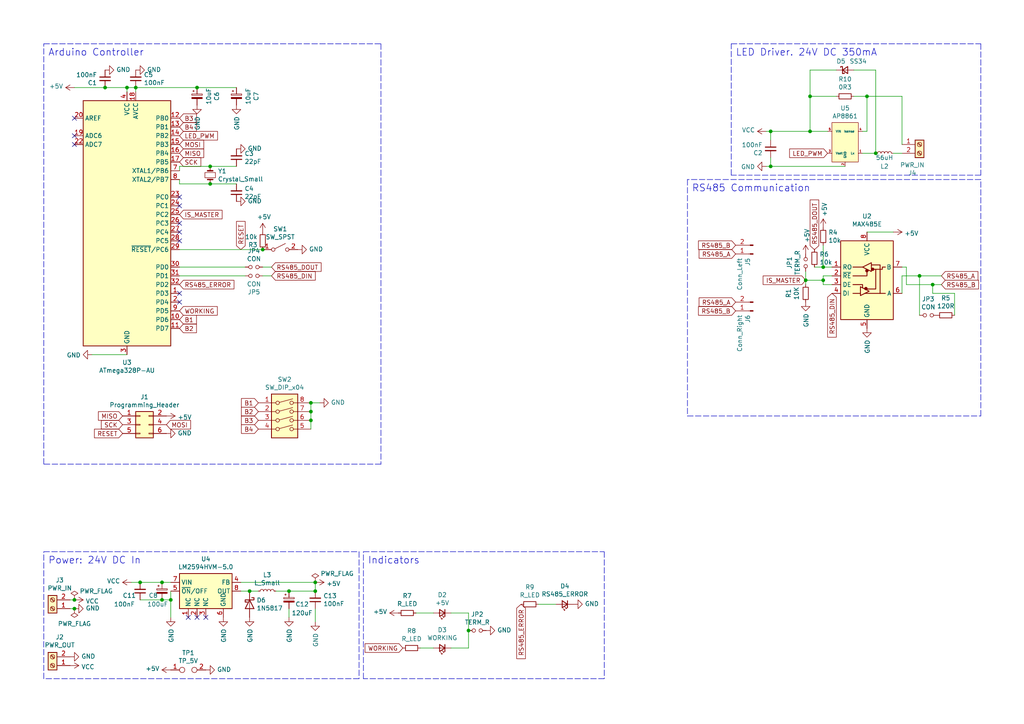
<source format=kicad_sch>
(kicad_sch (version 20211123) (generator eeschema)
  (paper "A4")
  (lib_symbols
    (symbol "Connector:Conn_01x02_Male" (pin_names (offset 1.016) hide)
      (property "Reference" "J" (at 0 2.54 0))
      (property "Value" "Conn_01x02_Male" (at 0 -5.08 0))
      (symbol "Conn_01x02_Male_1_1"
        (polyline (pts (xy 1.27 -2.54) (xy 0.8636 -2.54)) (stroke (width 0.1524)))
        (polyline (pts (xy 1.27 0) (xy 0.8636 0)) (stroke (width 0.1524)))
        (rectangle (start 0.8636 -2.413) (end 0 -2.667) (stroke (width 0.1524)) (fill (type outline)))
        (rectangle (start 0.8636 0.127) (end 0 -0.127) (stroke (width 0.1524)) (fill (type outline)))
        (pin passive line (at 5.08 0 180) (length 3.81) (name "Pin_1") (number "1"))
        (pin passive line (at 5.08 -2.54 180) (length 3.81) (name "Pin_2") (number "2"))
      )
    )
    (symbol "Connector:Screw_Terminal_01x02" (pin_names (offset 1.016) hide)
      (property "Reference" "J" (at 0 2.54 0))
      (property "Value" "Screw_Terminal_01x02" (at 0 -5.08 0))
      (symbol "Screw_Terminal_01x02_1_1"
        (rectangle (start -1.27 1.27) (end 1.27 -3.81) (stroke (width 0.254)) (fill (type background)))
        (circle (center 0 -2.54) (radius 0.635) (stroke (width 0.1524)))
        (polyline (pts (xy -0.5334 -2.2098) (xy 0.3302 -3.048)) (stroke (width 0.1524)))
        (polyline (pts (xy -0.5334 0.3302) (xy 0.3302 -0.508)) (stroke (width 0.1524)))
        (polyline (pts (xy -0.3556 -2.032) (xy 0.508 -2.8702)) (stroke (width 0.1524)))
        (polyline (pts (xy -0.3556 0.508) (xy 0.508 -0.3302)) (stroke (width 0.1524)))
        (circle (center 0 0) (radius 0.635) (stroke (width 0.1524)))
        (pin passive line (at -5.08 0 0) (length 3.81) (name "Pin_1") (number "1"))
        (pin passive line (at -5.08 -2.54 0) (length 3.81) (name "Pin_2") (number "2"))
      )
    )
    (symbol "Connector:TestPoint_2Pole" (pin_names (offset 0.762) hide)
      (property "Reference" "TP" (at 0 1.524 0))
      (property "Value" "TestPoint_2Pole" (at 0 -1.778 0))
      (symbol "TestPoint_2Pole_0_1"
        (circle (center -1.778 0) (radius 0.762))
        (circle (center 1.778 0) (radius 0.762))
        (pin passive line (at -5.08 0 0) (length 2.54) (name "1") (number "1"))
        (pin passive line (at 5.08 0 180) (length 2.54) (name "2") (number "2"))
      )
    )
    (symbol "Connector_Generic:Conn_02x03_Odd_Even" (pin_names (offset 1.016) hide)
      (property "Reference" "J" (at 1.27 5.08 0))
      (property "Value" "Conn_02x03_Odd_Even" (at 1.27 -5.08 0))
      (symbol "Conn_02x03_Odd_Even_1_1"
        (rectangle (start -1.27 -2.413) (end 0 -2.667) (stroke (width 0.1524)))
        (rectangle (start -1.27 0.127) (end 0 -0.127) (stroke (width 0.1524)))
        (rectangle (start -1.27 2.667) (end 0 2.413) (stroke (width 0.1524)))
        (rectangle (start -1.27 3.81) (end 3.81 -3.81) (stroke (width 0.254)) (fill (type background)))
        (rectangle (start 3.81 -2.413) (end 2.54 -2.667) (stroke (width 0.1524)))
        (rectangle (start 3.81 0.127) (end 2.54 -0.127) (stroke (width 0.1524)))
        (rectangle (start 3.81 2.667) (end 2.54 2.413) (stroke (width 0.1524)))
        (pin passive line (at -5.08 2.54 0) (length 3.81) (name "Pin_1") (number "1"))
        (pin passive line (at 7.62 2.54 180) (length 3.81) (name "Pin_2") (number "2"))
        (pin passive line (at -5.08 0 0) (length 3.81) (name "Pin_3") (number "3"))
        (pin passive line (at 7.62 0 180) (length 3.81) (name "Pin_4") (number "4"))
        (pin passive line (at -5.08 -2.54 0) (length 3.81) (name "Pin_5") (number "5"))
        (pin passive line (at 7.62 -2.54 180) (length 3.81) (name "Pin_6") (number "6"))
      )
    )
    (symbol "CustomComponents:AP8861" (pin_names (offset 1.016))
      (property "Reference" "U" (at 0 1.27 0))
      (property "Value" "CustomComponents_AP8861" (at 0 3.81 0))
      (symbol "AP8861_0_0"
        (pin output line (at 5.08 -8.89 180) (length 1.27) (name "Lx") (number "1"))
        (pin power_in line (at 0 -12.7 90) (length 1.27) (name "GND") (number "2"))
        (pin bidirectional line (at -5.08 -8.89 0) (length 1.27) (name "Vset") (number "3"))
        (pin input line (at 5.08 -2.54 180) (length 1.27) (name "Isense") (number "4"))
        (pin power_in line (at -5.08 -2.54 0) (length 1.27) (name "VIN") (number "5"))
      )
      (symbol "AP8861_0_1"
        (rectangle (start -3.81 0) (end 3.81 -11.43) (fill (type background)))
      )
    )
    (symbol "Device:CP_Small" (pin_numbers hide) (pin_names (offset 0.254) hide)
      (property "Reference" "C" (at 0.254 1.778 0))
      (property "Value" "Device_CP_Small" (at 0.254 -2.032 0))
      (symbol "CP_Small_0_1"
        (rectangle (start -1.524 -0.3048) (end 1.524 -0.6858) (fill (type outline)))
        (rectangle (start -1.524 0.6858) (end 1.524 0.3048))
        (polyline (pts (xy -1.27 1.524) (xy -0.762 1.524)))
        (polyline (pts (xy -1.016 1.27) (xy -1.016 1.778)))
      )
      (symbol "CP_Small_1_1"
        (pin passive line (at 0 2.54 270) (length 1.8542) (name "~") (number "1"))
        (pin passive line (at 0 -2.54 90) (length 1.8542) (name "~") (number "2"))
      )
    )
    (symbol "Device:C_Small" (pin_numbers hide) (pin_names (offset 0.254) hide)
      (property "Reference" "C" (at 0.254 1.778 0))
      (property "Value" "C_Small" (at 0.254 -2.032 0))
      (symbol "C_Small_0_1"
        (polyline (pts (xy -1.524 -0.508) (xy 1.524 -0.508)) (stroke (width 0.3302)))
        (polyline (pts (xy -1.524 0.508) (xy 1.524 0.508)) (stroke (width 0.3048)))
      )
      (symbol "C_Small_1_1"
        (pin passive line (at 0 2.54 270) (length 2.032) (name "~") (number "1"))
        (pin passive line (at 0 -2.54 90) (length 2.032) (name "~") (number "2"))
      )
    )
    (symbol "Device:Crystal_Small" (pin_numbers hide) (pin_names (offset 1.016) hide)
      (property "Reference" "Y" (at 0 2.54 0))
      (property "Value" "Crystal_Small" (at 0 -2.54 0))
      (symbol "Crystal_Small_0_1"
        (rectangle (start -0.762 -1.524) (end 0.762 1.524))
        (polyline (pts (xy -1.27 -0.762) (xy -1.27 0.762)) (stroke (width 0.381)))
        (polyline (pts (xy 1.27 -0.762) (xy 1.27 0.762)) (stroke (width 0.381)))
      )
      (symbol "Crystal_Small_1_1"
        (pin passive line (at -2.54 0 0) (length 1.27) (name "1") (number "1"))
        (pin passive line (at 2.54 0 180) (length 1.27) (name "2") (number "2"))
      )
    )
    (symbol "Device:D_Schottky_Small" (pin_numbers hide) (pin_names (offset 0.254) hide)
      (property "Reference" "D" (at -1.27 2.032 0))
      (property "Value" "D_Schottky_Small" (at -7.112 -2.032 0))
      (symbol "D_Schottky_Small_0_1"
        (polyline (pts (xy -0.762 0) (xy 0.762 0)))
        (polyline (pts (xy 0.762 -1.016) (xy -0.762 0) (xy 0.762 1.016) (xy 0.762 -1.016)) (stroke (width 0.254)))
        (polyline (pts (xy -1.27 0.762) (xy -1.27 1.016) (xy -0.762 1.016) (xy -0.762 -1.016) (xy -0.254 -1.016) (xy -0.254 -0.762)) (stroke (width 0.254)))
      )
      (symbol "D_Schottky_Small_1_1"
        (pin passive line (at -2.54 0 0) (length 1.778) (name "K") (number "1"))
        (pin passive line (at 2.54 0 180) (length 1.778) (name "A") (number "2"))
      )
    )
    (symbol "Device:Jumper_NO_Small" (pin_numbers hide) (pin_names (offset 0.762) hide)
      (property "Reference" "JP" (at 0 2.032 0))
      (property "Value" "Device_Jumper_NO_Small" (at 0.254 -1.524 0))
      (symbol "Jumper_NO_Small_0_1"
        (circle (center -1.016 0) (radius 0.508))
        (circle (center 1.016 0) (radius 0.508))
        (pin passive line (at -2.54 0 0) (length 1.016) (name "1") (number "1"))
        (pin passive line (at 2.54 0 180) (length 1.016) (name "2") (number "2"))
      )
    )
    (symbol "Device:LED_Small" (pin_numbers hide) (pin_names (offset 0.254) hide)
      (property "Reference" "D" (at -1.27 3.175 0))
      (property "Value" "LED_Small" (at -4.445 -2.54 0))
      (symbol "LED_Small_0_1"
        (polyline (pts (xy -0.762 -1.016) (xy -0.762 1.016)) (stroke (width 0.254)))
        (polyline (pts (xy 1.016 0) (xy -0.762 0)))
        (polyline (pts (xy 0.762 -1.016) (xy -0.762 0) (xy 0.762 1.016) (xy 0.762 -1.016)) (stroke (width 0.254)))
        (polyline (pts (xy 0 0.762) (xy -0.508 1.27) (xy -0.254 1.27) (xy -0.508 1.27) (xy -0.508 1.016)))
        (polyline (pts (xy 0.508 1.27) (xy 0 1.778) (xy 0.254 1.778) (xy 0 1.778) (xy 0 1.524)))
      )
      (symbol "LED_Small_1_1"
        (pin passive line (at -2.54 0 0) (length 1.778) (name "K") (number "1"))
        (pin passive line (at 2.54 0 180) (length 1.778) (name "A") (number "2"))
      )
    )
    (symbol "Device:L_Small" (pin_numbers hide) (pin_names (offset 0.254) hide)
      (property "Reference" "L" (at 0.762 1.016 0))
      (property "Value" "L_Small" (at 0.762 -1.016 0))
      (symbol "L_Small_0_1"
        (arc (start 0 -2.032) (mid 0.508 -1.524) (end 0 -1.016))
        (arc (start 0 -1.016) (mid 0.508 -0.508) (end 0 0))
        (arc (start 0 0) (mid 0.508 0.508) (end 0 1.016))
        (arc (start 0 1.016) (mid 0.508 1.524) (end 0 2.032))
      )
      (symbol "L_Small_1_1"
        (pin passive line (at 0 2.54 270) (length 0.508) (name "~") (number "1"))
        (pin passive line (at 0 -2.54 90) (length 0.508) (name "~") (number "2"))
      )
    )
    (symbol "Device:R_Small" (pin_numbers hide) (pin_names (offset 0.254) hide)
      (property "Reference" "R" (at 0.762 0.508 0))
      (property "Value" "R_Small" (at 0.762 -1.016 0))
      (symbol "R_Small_0_1"
        (rectangle (start -0.762 1.778) (end 0.762 -1.778) (stroke (width 0.2032)))
      )
      (symbol "R_Small_1_1"
        (pin passive line (at 0 2.54 270) (length 0.762) (name "~") (number "1"))
        (pin passive line (at 0 -2.54 90) (length 0.762) (name "~") (number "2"))
      )
    )
    (symbol "Diode:1N5817" (pin_numbers hide) (pin_names (offset 1.016) hide)
      (property "Reference" "D" (at 0 2.54 0))
      (property "Value" "1N5817" (at 0 -2.54 0))
      (symbol "1N5817_0_1"
        (polyline (pts (xy 1.27 0) (xy -1.27 0)))
        (polyline (pts (xy 1.27 1.27) (xy 1.27 -1.27) (xy -1.27 0) (xy 1.27 1.27)) (stroke (width 0.254)))
        (polyline (pts (xy -1.905 0.635) (xy -1.905 1.27) (xy -1.27 1.27) (xy -1.27 -1.27) (xy -0.635 -1.27) (xy -0.635 -0.635)) (stroke (width 0.254)))
      )
      (symbol "1N5817_1_1"
        (pin passive line (at -3.81 0 0) (length 2.54) (name "K") (number "1"))
        (pin passive line (at 3.81 0 180) (length 2.54) (name "A") (number "2"))
      )
    )
    (symbol "Interface_UART:MAX485E"
      (property "Reference" "U" (at -6.096 11.43 0))
      (property "Value" "MAX485E" (at 0.762 11.43 0))
      (symbol "MAX485E_0_1"
        (rectangle (start -7.62 10.16) (end 7.62 -12.7) (stroke (width 0.254)) (fill (type background)))
        (circle (center -0.3048 -3.683) (radius 0.3556) (stroke (width 0.254)) (fill (type outline)))
        (circle (center -0.0254 1.4986) (radius 0.3556) (stroke (width 0.254)) (fill (type outline)))
        (polyline (pts (xy -4.064 -5.08) (xy -1.905 -5.08)) (stroke (width 0.254)))
        (polyline (pts (xy -4.064 2.54) (xy -1.27 2.54)) (stroke (width 0.254)))
        (polyline (pts (xy -1.27 -3.2004) (xy -1.27 -3.4544)) (stroke (width 0.254)))
        (polyline (pts (xy -0.635 -5.08) (xy 5.334 -5.08)) (stroke (width 0.254)))
        (polyline (pts (xy -4.064 -2.54) (xy -1.27 -2.54) (xy -1.27 -3.175)) (stroke (width 0.254)))
        (polyline (pts (xy 0 1.27) (xy 0 0) (xy -4.064 0)) (stroke (width 0.254)))
        (polyline (pts (xy 1.27 3.175) (xy 3.81 3.175) (xy 3.81 -5.08)) (stroke (width 0.254)))
        (polyline (pts (xy 2.54 1.905) (xy 2.54 -3.81) (xy 0 -3.81)) (stroke (width 0.254)))
        (polyline (pts (xy -1.905 -3.175) (xy -1.905 -5.715) (xy 0.635 -4.445) (xy -1.905 -3.175)) (stroke (width 0.254)))
        (polyline (pts (xy -1.27 2.54) (xy 1.27 3.81) (xy 1.27 1.27) (xy -1.27 2.54)) (stroke (width 0.254)))
        (polyline (pts (xy 1.905 1.905) (xy 4.445 1.905) (xy 4.445 2.54) (xy 5.334 2.54)) (stroke (width 0.254)))
        (rectangle (start 1.27 3.175) (end 1.27 3.175))
        (circle (center 1.651 1.905) (radius 0.3556) (stroke (width 0.254)) (fill (type outline)))
      )
      (symbol "MAX485E_1_1"
        (pin output line (at -10.16 2.54 0) (length 2.54) (name "RO") (number "1"))
        (pin input line (at -10.16 0 0) (length 2.54) (name "~{RE}") (number "2"))
        (pin input line (at -10.16 -2.54 0) (length 2.54) (name "DE") (number "3"))
        (pin input line (at -10.16 -5.08 0) (length 2.54) (name "DI") (number "4"))
        (pin power_in line (at 0 -15.24 90) (length 2.54) (name "GND") (number "5"))
        (pin bidirectional line (at 10.16 -5.08 180) (length 2.54) (name "A") (number "6"))
        (pin bidirectional line (at 10.16 2.54 180) (length 2.54) (name "B") (number "7"))
        (pin power_in line (at 0 12.7 270) (length 2.54) (name "VCC") (number "8"))
      )
    )
    (symbol "MCU_Microchip_ATmega:ATmega328P-AU"
      (property "Reference" "U" (at -12.7 36.83 0))
      (property "Value" "MCU_Microchip_ATmega_ATmega328P-AU" (at 2.54 -36.83 0))
      (symbol "ATmega328P-AU_0_1"
        (rectangle (start -12.7 -35.56) (end 12.7 35.56) (stroke (width 0.254)) (fill (type background)))
      )
      (symbol "ATmega328P-AU_1_1"
        (pin bidirectional line (at 15.24 -20.32 180) (length 2.54) (name "PD3") (number "1"))
        (pin bidirectional line (at 15.24 -27.94 180) (length 2.54) (name "PD6") (number "10"))
        (pin bidirectional line (at 15.24 -30.48 180) (length 2.54) (name "PD7") (number "11"))
        (pin bidirectional line (at 15.24 30.48 180) (length 2.54) (name "PB0") (number "12"))
        (pin bidirectional line (at 15.24 27.94 180) (length 2.54) (name "PB1") (number "13"))
        (pin bidirectional line (at 15.24 25.4 180) (length 2.54) (name "PB2") (number "14"))
        (pin bidirectional line (at 15.24 22.86 180) (length 2.54) (name "PB3") (number "15"))
        (pin bidirectional line (at 15.24 20.32 180) (length 2.54) (name "PB4") (number "16"))
        (pin bidirectional line (at 15.24 17.78 180) (length 2.54) (name "PB5") (number "17"))
        (pin power_in line (at 2.54 38.1 270) (length 2.54) (name "AVCC") (number "18"))
        (pin input line (at -15.24 25.4 0) (length 2.54) (name "ADC6") (number "19"))
        (pin bidirectional line (at 15.24 -22.86 180) (length 2.54) (name "PD4") (number "2"))
        (pin passive line (at -15.24 30.48 0) (length 2.54) (name "AREF") (number "20"))
        (pin passive line (at 0 -38.1 90) (length 2.54) hide (name "GND") (number "21"))
        (pin input line (at -15.24 22.86 0) (length 2.54) (name "ADC7") (number "22"))
        (pin bidirectional line (at 15.24 7.62 180) (length 2.54) (name "PC0") (number "23"))
        (pin bidirectional line (at 15.24 5.08 180) (length 2.54) (name "PC1") (number "24"))
        (pin bidirectional line (at 15.24 2.54 180) (length 2.54) (name "PC2") (number "25"))
        (pin bidirectional line (at 15.24 0 180) (length 2.54) (name "PC3") (number "26"))
        (pin bidirectional line (at 15.24 -2.54 180) (length 2.54) (name "PC4") (number "27"))
        (pin bidirectional line (at 15.24 -5.08 180) (length 2.54) (name "PC5") (number "28"))
        (pin bidirectional line (at 15.24 -7.62 180) (length 2.54) (name "~{RESET}/PC6") (number "29"))
        (pin power_in line (at 0 -38.1 90) (length 2.54) (name "GND") (number "3"))
        (pin bidirectional line (at 15.24 -12.7 180) (length 2.54) (name "PD0") (number "30"))
        (pin bidirectional line (at 15.24 -15.24 180) (length 2.54) (name "PD1") (number "31"))
        (pin bidirectional line (at 15.24 -17.78 180) (length 2.54) (name "PD2") (number "32"))
        (pin power_in line (at 0 38.1 270) (length 2.54) (name "VCC") (number "4"))
        (pin passive line (at 0 -38.1 90) (length 2.54) hide (name "GND") (number "5"))
        (pin passive line (at 0 38.1 270) (length 2.54) hide (name "VCC") (number "6"))
        (pin bidirectional line (at 15.24 15.24 180) (length 2.54) (name "XTAL1/PB6") (number "7"))
        (pin bidirectional line (at 15.24 12.7 180) (length 2.54) (name "XTAL2/PB7") (number "8"))
        (pin bidirectional line (at 15.24 -25.4 180) (length 2.54) (name "PD5") (number "9"))
      )
    )
    (symbol "Regulator_Switching:LM2594HVM-5.0"
      (property "Reference" "U" (at -7.62 6.35 0))
      (property "Value" "LM2594HVM-5.0" (at 0 6.35 0))
      (symbol "LM2594HVM-5.0_0_1"
        (rectangle (start -7.62 5.08) (end 7.62 -5.08) (stroke (width 0.254)) (fill (type background)))
      )
      (symbol "LM2594HVM-5.0_1_1"
        (pin passive line (at -5.08 -7.62 90) (length 2.54) (name "NC") (number "1"))
        (pin passive line (at -2.54 -7.62 90) (length 2.54) (name "NC") (number "2"))
        (pin passive line (at 0 -7.62 90) (length 2.54) (name "NC") (number "3"))
        (pin input line (at 10.16 2.54 180) (length 2.54) (name "FB") (number "4"))
        (pin input line (at -10.16 0 0) (length 2.54) (name "~{ON}/OFF") (number "5"))
        (pin power_in line (at 5.08 -7.62 90) (length 2.54) (name "GND") (number "6"))
        (pin power_in line (at -10.16 2.54 0) (length 2.54) (name "VIN") (number "7"))
        (pin output line (at 10.16 0 180) (length 2.54) (name "OUT") (number "8"))
      )
    )
    (symbol "Switch:SW_DIP_x04" (pin_names (offset 0) hide)
      (property "Reference" "SW" (at 0 8.89 0))
      (property "Value" "SW_DIP_x04" (at 0 -6.35 0))
      (symbol "SW_DIP_x04_0_0"
        (circle (center -2.032 -2.54) (radius 0.508))
        (circle (center -2.032 0) (radius 0.508))
        (circle (center -2.032 2.54) (radius 0.508))
        (circle (center -2.032 5.08) (radius 0.508))
        (polyline (pts (xy -1.524 -2.3876) (xy 2.3622 -1.3462)))
        (polyline (pts (xy -1.524 0.127) (xy 2.3622 1.1684)))
        (polyline (pts (xy -1.524 2.667) (xy 2.3622 3.7084)))
        (polyline (pts (xy -1.524 5.207) (xy 2.3622 6.2484)))
        (circle (center 2.032 -2.54) (radius 0.508))
        (circle (center 2.032 0) (radius 0.508))
        (circle (center 2.032 2.54) (radius 0.508))
        (circle (center 2.032 5.08) (radius 0.508))
      )
      (symbol "SW_DIP_x04_0_1"
        (rectangle (start -3.81 7.62) (end 3.81 -5.08) (stroke (width 0.254)) (fill (type background)))
      )
      (symbol "SW_DIP_x04_1_1"
        (pin passive line (at -7.62 5.08 0) (length 5.08) (name "~") (number "1"))
        (pin passive line (at -7.62 2.54 0) (length 5.08) (name "~") (number "2"))
        (pin passive line (at -7.62 0 0) (length 5.08) (name "~") (number "3"))
        (pin passive line (at -7.62 -2.54 0) (length 5.08) (name "~") (number "4"))
        (pin passive line (at 7.62 -2.54 180) (length 5.08) (name "~") (number "5"))
        (pin passive line (at 7.62 0 180) (length 5.08) (name "~") (number "6"))
        (pin passive line (at 7.62 2.54 180) (length 5.08) (name "~") (number "7"))
        (pin passive line (at 7.62 5.08 180) (length 5.08) (name "~") (number "8"))
      )
    )
    (symbol "Switch:SW_SPST" (pin_names (offset 0) hide)
      (property "Reference" "SW" (at 0 3.175 0))
      (property "Value" "SW_SPST" (at 0 -2.54 0))
      (symbol "SW_SPST_0_0"
        (circle (center -2.032 0) (radius 0.508))
        (polyline (pts (xy -1.524 0.254) (xy 1.524 1.778)))
        (circle (center 2.032 0) (radius 0.508))
      )
      (symbol "SW_SPST_1_1"
        (pin passive line (at -5.08 0 0) (length 2.54) (name "A") (number "1"))
        (pin passive line (at 5.08 0 180) (length 2.54) (name "B") (number "2"))
      )
    )
    (symbol "power:+5V" (power) (pin_names (offset 0))
      (property "Value" "+5V" (at 0 3.556 0))
      (symbol "+5V_0_1"
        (polyline (pts (xy -0.762 1.27) (xy 0 2.54)))
        (polyline (pts (xy 0 0) (xy 0 2.54)))
        (polyline (pts (xy 0 2.54) (xy 0.762 1.27)))
      )
      (symbol "+5V_1_1"
        (pin power_in line (at 0 0 90) (length 0) hide (name "+5V") (number "1"))
      )
    )
    (symbol "power:GND" (power) (pin_names (offset 0))
      (property "Value" "GND" (at 0 -3.81 0))
      (symbol "GND_0_1"
        (polyline (pts (xy 0 0) (xy 0 -1.27) (xy 1.27 -1.27) (xy 0 -2.54) (xy -1.27 -1.27) (xy 0 -1.27)))
      )
      (symbol "GND_1_1"
        (pin power_in line (at 0 0 270) (length 0) hide (name "GND") (number "1"))
      )
    )
    (symbol "power:PWR_FLAG" (power) (pin_numbers hide) (pin_names (offset 0) hide)
      (property "Value" "PWR_FLAG" (at 0 3.81 0))
      (symbol "PWR_FLAG_0_0"
        (pin power_out line (at 0 0 90) (length 0) (name "pwr") (number "1"))
      )
      (symbol "PWR_FLAG_0_1"
        (polyline (pts (xy 0 0) (xy 0 1.27) (xy -1.016 1.905) (xy 0 2.54) (xy 1.016 1.905) (xy 0 1.27)))
      )
    )
    (symbol "power:VCC" (power) (pin_names (offset 0))
      (property "Value" "VCC" (at 0 3.81 0))
      (symbol "VCC_0_1"
        (polyline (pts (xy -0.762 1.27) (xy 0 2.54)))
        (polyline (pts (xy 0 0) (xy 0 2.54)))
        (polyline (pts (xy 0 2.54) (xy 0.762 1.27)))
      )
      (symbol "VCC_1_1"
        (pin power_in line (at 0 0 90) (length 0) hide (name "VCC") (number "1"))
      )
    )
  )
  (junction (at 21.59 176.53))
  (junction (at 223.52 48.26))
  (junction (at 60.96 48.26))
  (junction (at 40.64 168.91))
  (junction (at 238.76 77.47))
  (junction (at 60.96 53.34))
  (junction (at 251.46 27.94))
  (junction (at 90.17 119.38))
  (junction (at 270.51 82.55))
  (junction (at 90.17 116.84))
  (junction (at 72.39 171.45))
  (junction (at 266.7 80.01))
  (junction (at 223.52 38.1))
  (junction (at 135.89 182.88))
  (junction (at 39.37 25.4))
  (junction (at 57.15 25.4))
  (junction (at 91.44 171.45))
  (junction (at 36.83 25.4))
  (junction (at 233.68 81.28))
  (junction (at 234.95 27.94))
  (junction (at 76.2 72.39))
  (junction (at 254 44.45))
  (junction (at 234.95 38.1))
  (junction (at 91.44 168.91))
  (junction (at 46.99 173.99))
  (junction (at 49.53 173.99))
  (junction (at 90.17 121.92))
  (junction (at 46.99 168.91))
  (junction (at 21.59 173.99))
  (junction (at 30.48 25.4))
  (junction (at 238.76 81.28))
  (junction (at 83.82 171.45))
  (no_connect (at 52.07 85.09))
  (no_connect (at 54.61 179.07))
  (no_connect (at 21.59 39.37))
  (no_connect (at 52.07 87.63))
  (no_connect (at 52.07 57.15))
  (no_connect (at 21.59 41.91))
  (no_connect (at 52.07 69.85))
  (no_connect (at 59.69 179.07))
  (no_connect (at 52.07 64.77))
  (no_connect (at 57.15 179.07))
  (no_connect (at 52.07 59.69))
  (no_connect (at 21.59 34.29))
  (no_connect (at 52.07 67.31))
  (polyline (pts (xy 104.14 160.02) (xy 104.14 196.85)))
  (wire (pts (xy 135.89 182.88) (xy 135.89 187.96)))
  (wire (pts (xy 21.59 176.53) (xy 20.32 176.53)))
  (wire (pts (xy 21.59 25.4) (xy 30.48 25.4)))
  (wire (pts (xy 234.95 38.1) (xy 240.03 38.1)))
  (polyline (pts (xy 105.41 160.02) (xy 175.26 160.02)))
  (wire (pts (xy 83.82 171.45) (xy 91.44 171.45)))
  (wire (pts (xy 74.93 171.45) (xy 72.39 171.45)))
  (wire (pts (xy 241.3 80.01) (xy 238.76 80.01)))
  (wire (pts (xy 71.12 80.01) (xy 52.07 80.01)))
  (wire (pts (xy 57.15 25.4) (xy 68.58 25.4)))
  (wire (pts (xy 242.57 20.32) (xy 234.95 20.32)))
  (wire (pts (xy 238.76 81.28) (xy 238.76 82.55)))
  (wire (pts (xy 223.52 48.26) (xy 245.11 48.26)))
  (wire (pts (xy 223.52 45.72) (xy 223.52 48.26)))
  (wire (pts (xy 46.99 173.99) (xy 49.53 173.99)))
  (wire (pts (xy 91.44 180.34) (xy 91.44 176.53)))
  (wire (pts (xy 238.76 81.28) (xy 233.68 81.28)))
  (wire (pts (xy 238.76 77.47) (xy 241.3 77.47)))
  (wire (pts (xy 266.7 80.01) (xy 273.05 80.01)))
  (wire (pts (xy 90.17 121.92) (xy 90.17 119.38)))
  (wire (pts (xy 83.82 171.45) (xy 80.01 171.45)))
  (wire (pts (xy 251.46 27.94) (xy 247.65 27.94)))
  (wire (pts (xy 259.08 67.31) (xy 251.46 67.31)))
  (wire (pts (xy 261.62 27.94) (xy 251.46 27.94)))
  (wire (pts (xy 276.86 85.09) (xy 276.86 91.44)))
  (wire (pts (xy 69.85 168.91) (xy 91.44 168.91)))
  (wire (pts (xy 223.52 40.64) (xy 223.52 38.1)))
  (wire (pts (xy 262.89 82.55) (xy 262.89 77.47)))
  (wire (pts (xy 60.96 48.26) (xy 52.07 48.26)))
  (wire (pts (xy 262.89 82.55) (xy 270.51 82.55)))
  (wire (pts (xy 76.2 80.01) (xy 78.74 80.01)))
  (polyline (pts (xy 110.49 12.7) (xy 110.49 134.62)))
  (polyline (pts (xy 284.48 52.07) (xy 199.39 52.07)))
  (wire (pts (xy 76.2 77.47) (xy 78.74 77.47)))
  (wire (pts (xy 125.73 187.96) (xy 121.92 187.96)))
  (polyline (pts (xy 110.49 134.62) (xy 12.7 134.62)))
  (wire (pts (xy 130.81 177.8) (xy 135.89 177.8)))
  (wire (pts (xy 39.37 25.4) (xy 39.37 26.67)))
  (wire (pts (xy 125.73 177.8) (xy 120.65 177.8)))
  (wire (pts (xy 250.19 44.45) (xy 254 44.45)))
  (wire (pts (xy 238.76 82.55) (xy 241.3 82.55)))
  (wire (pts (xy 69.85 171.45) (xy 72.39 171.45)))
  (wire (pts (xy 223.52 38.1) (xy 234.95 38.1)))
  (polyline (pts (xy 212.09 50.8) (xy 212.09 12.7)))
  (wire (pts (xy 90.17 119.38) (xy 90.17 116.84)))
  (wire (pts (xy 30.48 25.4) (xy 36.83 25.4)))
  (polyline (pts (xy 12.7 160.02) (xy 104.14 160.02)))
  (wire (pts (xy 238.76 71.12) (xy 238.76 77.47)))
  (wire (pts (xy 135.89 177.8) (xy 135.89 182.88)))
  (wire (pts (xy 90.17 124.46) (xy 90.17 121.92)))
  (wire (pts (xy 20.32 173.99) (xy 21.59 173.99)))
  (polyline (pts (xy 104.14 196.85) (xy 12.7 196.85)))
  (wire (pts (xy 60.96 48.26) (xy 68.58 48.26)))
  (wire (pts (xy 38.1 168.91) (xy 40.64 168.91)))
  (wire (pts (xy 83.82 179.07) (xy 83.82 176.53)))
  (wire (pts (xy 233.68 78.74) (xy 233.68 81.28)))
  (polyline (pts (xy 212.09 12.7) (xy 284.48 12.7)))
  (wire (pts (xy 26.67 102.87) (xy 36.83 102.87)))
  (wire (pts (xy 46.99 168.91) (xy 49.53 168.91)))
  (wire (pts (xy 251.46 38.1) (xy 251.46 27.94)))
  (wire (pts (xy 71.12 77.47) (xy 52.07 77.47)))
  (wire (pts (xy 261.62 41.91) (xy 261.62 27.94)))
  (polyline (pts (xy 284.48 12.7) (xy 284.48 50.8)))
  (wire (pts (xy 60.96 53.34) (xy 68.58 53.34)))
  (wire (pts (xy 270.51 82.55) (xy 273.05 82.55)))
  (wire (pts (xy 52.07 72.39) (xy 76.2 72.39)))
  (wire (pts (xy 223.52 38.1) (xy 222.25 38.1)))
  (wire (pts (xy 49.53 173.99) (xy 49.53 171.45)))
  (polyline (pts (xy 175.26 196.85) (xy 105.41 196.85)))
  (wire (pts (xy 261.62 80.01) (xy 261.62 85.09)))
  (wire (pts (xy 161.29 175.26) (xy 156.21 175.26)))
  (wire (pts (xy 90.17 116.84) (xy 92.71 116.84)))
  (wire (pts (xy 36.83 25.4) (xy 36.83 26.67)))
  (wire (pts (xy 49.53 179.07) (xy 49.53 173.99)))
  (wire (pts (xy 39.37 25.4) (xy 57.15 25.4)))
  (wire (pts (xy 222.25 48.26) (xy 223.52 48.26)))
  (wire (pts (xy 60.96 53.34) (xy 52.07 53.34)))
  (wire (pts (xy 250.19 38.1) (xy 251.46 38.1)))
  (wire (pts (xy 254 44.45) (xy 254 20.32)))
  (polyline (pts (xy 12.7 134.62) (xy 12.7 12.7)))
  (wire (pts (xy 261.62 80.01) (xy 266.7 80.01)))
  (wire (pts (xy 46.99 173.99) (xy 40.64 173.99)))
  (wire (pts (xy 270.51 82.55) (xy 270.51 85.09)))
  (wire (pts (xy 254 20.32) (xy 247.65 20.32)))
  (polyline (pts (xy 199.39 120.65) (xy 284.48 120.65)))
  (wire (pts (xy 36.83 25.4) (xy 39.37 25.4)))
  (wire (pts (xy 234.95 20.32) (xy 234.95 27.94)))
  (wire (pts (xy 238.76 80.01) (xy 238.76 81.28)))
  (wire (pts (xy 259.08 44.45) (xy 261.62 44.45)))
  (wire (pts (xy 242.57 27.94) (xy 234.95 27.94)))
  (polyline (pts (xy 284.48 120.65) (xy 284.48 52.07)))
  (polyline (pts (xy 284.48 50.8) (xy 212.09 50.8)))
  (polyline (pts (xy 199.39 52.07) (xy 199.39 120.65)))
  (wire (pts (xy 91.44 168.91) (xy 91.44 171.45)))
  (wire (pts (xy 52.07 53.34) (xy 52.07 52.07)))
  (wire (pts (xy 266.7 91.44) (xy 266.7 80.01)))
  (polyline (pts (xy 175.26 160.02) (xy 175.26 196.85)))
  (wire (pts (xy 262.89 77.47) (xy 261.62 77.47)))
  (polyline (pts (xy 12.7 12.7) (xy 110.49 12.7)))
  (wire (pts (xy 233.68 81.28) (xy 233.68 82.55)))
  (polyline (pts (xy 12.7 196.85) (xy 12.7 160.02)))
  (wire (pts (xy 234.95 27.94) (xy 234.95 38.1)))
  (wire (pts (xy 236.22 77.47) (xy 238.76 77.47)))
  (wire (pts (xy 40.64 168.91) (xy 46.99 168.91)))
  (wire (pts (xy 270.51 85.09) (xy 276.86 85.09)))
  (wire (pts (xy 130.81 187.96) (xy 135.89 187.96)))
  (polyline (pts (xy 105.41 196.85) (xy 105.41 160.02)))
  (wire (pts (xy 52.07 48.26) (xy 52.07 49.53)))
  (text "RS485 Communication" (at 200.66 55.88 0) (effects (font (size 2.0066 2.0066)) (justify left bottom)))
  (text "Arduino Controller" (at 13.97 16.51 0) (effects (font (size 2.0066 2.0066)) (justify left bottom)))
  (text "Indicators" (at 106.68 163.83 0) (effects (font (size 2.0066 2.0066)) (justify left bottom)))
  (text "Power: 24V DC In" (at 13.97 163.83 0) (effects (font (size 2.0066 2.0066)) (justify left bottom)))
  (text "LED Driver. 24V DC 350mA" (at 213.36 16.51 0) (effects (font (size 2.0066 2.0066)) (justify left bottom)))
  (global_label "LED_PWM" (shape input) (at 240.03 44.45 180) (property "Intersheet References" "${INTERSHEET_REFS}" (effects hide)))
  (global_label "RS485_DIN" (shape input) (at 241.3 85.09 270) (property "Intersheet References" "${INTERSHEET_REFS}" (effects hide)))
  (global_label "RS485_A" (shape input) (at 213.36 73.66 180) (property "Intersheet References" "${INTERSHEET_REFS}" (effects hide)))
  (global_label "SCK" (shape input) (at 52.07 46.99 0) (property "Intersheet References" "${INTERSHEET_REFS}" (effects hide)))
  (global_label "B1" (shape input) (at 74.93 116.84 180) (property "Intersheet References" "${INTERSHEET_REFS}" (effects hide)))
  (global_label "RS485_ERROR" (shape input) (at 52.07 82.55 0) (property "Intersheet References" "${INTERSHEET_REFS}" (effects hide)))
  (global_label "RS485_A" (shape input) (at 273.05 80.01 0) (property "Intersheet References" "${INTERSHEET_REFS}" (effects hide)))
  (global_label "WORKING" (shape input) (at 52.07 90.17 0) (property "Intersheet References" "${INTERSHEET_REFS}" (effects hide)))
  (global_label "IS_MASTER" (shape input) (at 233.68 81.28 180) (property "Intersheet References" "${INTERSHEET_REFS}" (effects hide)))
  (global_label "LED_PWM" (shape input) (at 52.07 39.37 0) (property "Intersheet References" "${INTERSHEET_REFS}" (effects hide)))
  (global_label "B3" (shape input) (at 52.07 34.29 0) (property "Intersheet References" "${INTERSHEET_REFS}" (effects hide)))
  (global_label "RESET" (shape input) (at 69.85 72.39 90) (property "Intersheet References" "${INTERSHEET_REFS}" (effects hide)))
  (global_label "RS485_B" (shape input) (at 213.36 71.12 180) (property "Intersheet References" "${INTERSHEET_REFS}" (effects hide)))
  (global_label "MISO" (shape input) (at 35.56 120.65 180) (property "Intersheet References" "${INTERSHEET_REFS}" (effects hide)))
  (global_label "SCK" (shape input) (at 35.56 123.19 180) (property "Intersheet References" "${INTERSHEET_REFS}" (effects hide)))
  (global_label "RS485_ERROR" (shape input) (at 151.13 175.26 270) (property "Intersheet References" "${INTERSHEET_REFS}" (effects hide)))
  (global_label "RS485_DIN" (shape input) (at 78.74 80.01 0) (property "Intersheet References" "${INTERSHEET_REFS}" (effects hide)))
  (global_label "RS485_B" (shape input) (at 213.36 90.17 180) (property "Intersheet References" "${INTERSHEET_REFS}" (effects hide)))
  (global_label "B4" (shape input) (at 74.93 124.46 180) (property "Intersheet References" "${INTERSHEET_REFS}" (effects hide)))
  (global_label "MISO" (shape input) (at 52.07 44.45 0) (property "Intersheet References" "${INTERSHEET_REFS}" (effects hide)))
  (global_label "RS485_DOUT" (shape input) (at 78.74 77.47 0) (property "Intersheet References" "${INTERSHEET_REFS}" (effects hide)))
  (global_label "B2" (shape input) (at 74.93 119.38 180) (property "Intersheet References" "${INTERSHEET_REFS}" (effects hide)))
  (global_label "RS485_B" (shape input) (at 273.05 82.55 0) (property "Intersheet References" "${INTERSHEET_REFS}" (effects hide)))
  (global_label "RS485_A" (shape input) (at 213.36 87.63 180) (property "Intersheet References" "${INTERSHEET_REFS}" (effects hide)))
  (global_label "B1" (shape input) (at 52.07 92.71 0) (property "Intersheet References" "${INTERSHEET_REFS}" (effects hide)))
  (global_label "MOSI" (shape input) (at 52.07 41.91 0) (property "Intersheet References" "${INTERSHEET_REFS}" (effects hide)))
  (global_label "RS485_DOUT" (shape input) (at 236.22 72.39 90) (property "Intersheet References" "${INTERSHEET_REFS}" (effects hide)))
  (global_label "B3" (shape input) (at 74.93 121.92 180) (property "Intersheet References" "${INTERSHEET_REFS}" (effects hide)))
  (global_label "IS_MASTER" (shape input) (at 52.07 62.23 0) (property "Intersheet References" "${INTERSHEET_REFS}" (effects hide)))
  (global_label "B4" (shape input) (at 52.07 36.83 0) (property "Intersheet References" "${INTERSHEET_REFS}" (effects hide)))
  (global_label "MOSI" (shape input) (at 48.26 123.19 0) (property "Intersheet References" "${INTERSHEET_REFS}" (effects hide)))
  (global_label "WORKING" (shape input) (at 116.84 187.96 180) (property "Intersheet References" "${INTERSHEET_REFS}" (effects hide)))
  (global_label "RESET" (shape input) (at 35.56 125.73 180) (property "Intersheet References" "${INTERSHEET_REFS}" (effects hide)))
  (global_label "B2" (shape input) (at 52.07 95.25 0) (property "Intersheet References" "${INTERSHEET_REFS}" (effects hide)))
  (symbol (lib_id "Switch:SW_SPST") (at 81.28 72.39 0) (unit 1)
    (property "Reference" "SW1" (at 81.28 66.421 0))
    (property "Value" "SW_SPST" (at 81.28 68.7324 0))
    (property "Footprint" "Button_Switch_SMD:SW_Push_SPST_NO_Alps_SKRK" (effects hide))
  )
  (symbol (lib_id "power:GND") (at 86.36 72.39 90) (unit 1)
    (property "Reference" "#PWR09" (effects hide))
    (property "Value" "GND" (at 89.6112 72.263 90) (effects (justify right)))
  )
  (symbol (lib_id "Device:R_Small") (at 76.2 69.85 0) (unit 1)
    (property "Reference" "R3" (at 74.7014 71.0184 0) (effects (justify right)))
    (property "Value" "10k" (at 74.7014 68.707 0) (effects (justify right)))
    (property "Footprint" "Resistor_SMD:R_0805_2012Metric_Pad1.20x1.40mm_HandSolder" (effects hide))
    (property "LCSC" "C25612" (effects hide))
  )
  (symbol (lib_id "power:GND") (at 26.67 102.87 270) (unit 1)
    (property "Reference" "#PWR0109" (effects hide))
    (property "Value" "GND" (at 23.4188 102.997 90) (effects (justify right)))
  )
  (symbol (lib_id "Device:R_Small") (at 233.68 85.09 0) (unit 1)
    (property "Reference" "R1" (at 228.7016 85.09 90))
    (property "Value" "10K" (at 231.013 85.09 90))
    (property "Footprint" "Resistor_SMD:R_0805_2012Metric_Pad1.20x1.40mm_HandSolder" (effects hide))
    (property "LCSC" "C25612" (effects hide))
  )
  (symbol (lib_id "power:GND") (at 233.68 87.63 0) (unit 1)
    (property "Reference" "#PWR0107" (effects hide))
    (property "Value" "GND" (at 233.807 90.8812 90) (effects (justify right)))
  )
  (symbol (lib_id "Interface_UART:MAX485E") (at 251.46 80.01 0) (unit 1)
    (property "Reference" "U2" (at 251.46 62.7126 0))
    (property "Value" "MAX485E" (at 251.46 65.024 0))
    (property "Footprint" "Package_SO:SOIC-8_3.9x4.9mm_P1.27mm" (effects hide))
    (property "Datasheet" "https://datasheets.maximintegrated.com/en/ds/MAX1487E-MAX491E.pdf" (effects hide))
    (property "LCSC" "C19738" (effects hide))
  )
  (symbol (lib_id "power:GND") (at 48.26 125.73 90) (unit 1)
    (property "Reference" "#PWR015" (effects hide))
    (property "Value" "GND" (at 51.5112 125.603 90) (effects (justify right)))
  )
  (symbol (lib_id "Device:Jumper_NO_Small") (at 269.24 91.44 0) (unit 1)
    (property "Reference" "JP3" (at 269.24 86.741 0))
    (property "Value" "CON" (at 269.24 89.0524 0))
    (property "Footprint" "Connector_PinHeader_2.54mm:PinHeader_1x02_P2.54mm_Vertical" (effects hide))
    (property "LCSC" "C234182" (effects hide))
  )
  (symbol (lib_id "Device:R_Small") (at 274.32 91.44 270) (unit 1)
    (property "Reference" "R5" (at 274.32 86.4616 90))
    (property "Value" "120R" (at 274.32 88.773 90))
    (property "Footprint" "Resistor_SMD:R_0805_2012Metric_Pad1.20x1.40mm_HandSolder" (effects hide))
    (property "LCSC" "C966144" (effects hide))
  )
  (symbol (lib_id "power:GND") (at 30.48 20.32 90) (unit 1)
    (property "Reference" "#PWR02" (effects hide))
    (property "Value" "GND" (at 33.7312 20.193 90) (effects (justify right)))
  )
  (symbol (lib_id "MCU_Microchip_ATmega:ATmega328P-AU") (at 36.83 64.77 0) (unit 1)
    (property "Reference" "U3" (at 36.83 105.1306 0))
    (property "Value" "ATmega328P-AU" (at 36.83 107.442 0))
    (property "Footprint" "Package_QFP:TQFP-32_7x7mm_P0.8mm" (effects hide))
    (property "Datasheet" "http://ww1.microchip.com/downloads/en/DeviceDoc/ATmega328_P%20AVR%20MCU%20with%20picoPower%20Technology%20Data%20Sheet%2040001984A.pdf" (effects hide))
    (property "LCSC" "C14877" (effects hide))
  )
  (symbol (lib_id "power:+5V") (at 21.59 25.4 90) (unit 1)
    (property "Reference" "#PWR01" (effects hide))
    (property "Value" "+5V" (at 18.3388 25.019 90) (effects (justify left)))
  )
  (symbol (lib_id "power:+5V") (at 259.08 67.31 270) (unit 1)
    (property "Reference" "#PWR014" (effects hide))
    (property "Value" "+5V" (at 262.3312 67.691 90) (effects (justify left)))
  )
  (symbol (lib_id "power:GND") (at 251.46 95.25 0) (unit 1)
    (property "Reference" "#PWR013" (effects hide))
    (property "Value" "GND" (at 251.587 98.5012 90) (effects (justify right)))
  )
  (symbol (lib_id "power:+5V") (at 48.26 120.65 270) (unit 1)
    (property "Reference" "#PWR07" (effects hide))
    (property "Value" "+5V" (at 51.5112 121.031 90) (effects (justify left)))
  )
  (symbol (lib_id "power:+5V") (at 76.2 67.31 0) (unit 1)
    (property "Reference" "#PWR06" (effects hide))
    (property "Value" "+5V" (at 76.581 62.9158 0))
  )
  (symbol (lib_id "power:GND") (at 21.59 176.53 90) (unit 1)
    (property "Reference" "#PWR0106" (effects hide))
    (property "Value" "GND" (at 24.8412 176.403 90) (effects (justify right)))
  )
  (symbol (lib_id "power:+5V") (at 91.44 168.91 270) (unit 1)
    (property "Reference" "#PWR03" (effects hide))
    (property "Value" "+5V" (at 94.6912 169.291 90) (effects (justify left)))
  )
  (symbol (lib_id "Connector:Conn_01x02_Male") (at 218.44 73.66 180) (unit 1)
    (property "Reference" "J5" (at 216.8652 74.7776 90) (effects (justify left)))
    (property "Value" "Conn_Left" (at 214.5538 74.7776 90) (effects (justify left)))
    (property "Footprint" "Connector_JST:JST_XH_B2B-XH-A_1x02_P2.50mm_Vertical" (effects hide))
  )
  (symbol (lib_id "Connector:Screw_Terminal_01x02") (at 15.24 176.53 180) (unit 1)
    (property "Reference" "J3" (at 17.3228 168.275 0))
    (property "Value" "PWR_IN" (at 17.3228 170.5864 0))
    (property "Footprint" "TerminalBlock_Phoenix:TerminalBlock_Phoenix_MKDS-1,5-2_1x02_P5.00mm_Horizontal" (effects hide))
    (property "LCSC" "C8404" (effects hide))
  )
  (symbol (lib_id "Connector:Conn_01x02_Male") (at 218.44 90.17 180) (unit 1)
    (property "Reference" "J6" (at 216.8652 91.2876 90) (effects (justify left)))
    (property "Value" "Conn_Right" (at 214.5538 91.2876 90) (effects (justify left)))
    (property "Footprint" "Connector_JST:JST_XH_B2B-XH-A_1x02_P2.50mm_Vertical" (effects hide))
  )
  (symbol (lib_id "power:VCC") (at 20.32 193.04 270) (unit 1)
    (property "Reference" "#PWR022" (effects hide))
    (property "Value" "VCC" (at 23.5712 193.421 90) (effects (justify left)))
  )
  (symbol (lib_id "power:GND") (at 20.32 190.5 90) (unit 1)
    (property "Reference" "#PWR023" (effects hide))
    (property "Value" "GND" (at 23.5712 190.373 90) (effects (justify right)))
  )
  (symbol (lib_id "Connector:Screw_Terminal_01x02") (at 15.24 193.04 180) (unit 1)
    (property "Reference" "J2" (at 17.3228 184.785 0))
    (property "Value" "PWR_OUT" (at 17.3228 187.0964 0))
    (property "Footprint" "TerminalBlock_Phoenix:TerminalBlock_Phoenix_MKDS-1,5-2_1x02_P5.00mm_Horizontal" (effects hide))
    (property "LCSC" "C8404" (effects hide))
  )
  (symbol (lib_id "Device:R_Small") (at 238.76 68.58 180) (unit 1)
    (property "Reference" "R4" (at 240.2586 67.4116 0) (effects (justify right)))
    (property "Value" "10k" (at 240.2586 69.723 0) (effects (justify right)))
    (property "Footprint" "Resistor_SMD:R_0805_2012Metric_Pad1.20x1.40mm_HandSolder" (effects hide))
    (property "LCSC" "C25612" (effects hide))
  )
  (symbol (lib_id "power:+5V") (at 238.76 66.04 0) (unit 1)
    (property "Reference" "#PWR024" (effects hide))
    (property "Value" "+5V" (at 239.141 62.7888 90) (effects (justify left)))
  )
  (symbol (lib_id "Device:R_Small") (at 236.22 74.93 180) (unit 1)
    (property "Reference" "R6" (at 237.7186 73.7616 0) (effects (justify right)))
    (property "Value" "10k" (at 237.7186 76.073 0) (effects (justify right)))
    (property "Footprint" "Resistor_SMD:R_0805_2012Metric_Pad1.20x1.40mm_HandSolder" (effects hide))
    (property "LCSC" "C25612" (effects hide))
  )
  (symbol (lib_id "Device:CP_Small") (at 57.15 27.94 0) (unit 1)
    (property "Reference" "C6" (at 62.865 27.94 90))
    (property "Value" "10uF" (at 60.5536 27.94 90))
    (property "Footprint" "Capacitor_THT:CP_Radial_D4.0mm_P1.50mm" (effects hide))
    (property "LCSC" "C694328" (effects hide))
  )
  (symbol (lib_id "power:GND") (at 57.15 30.48 0) (unit 1)
    (property "Reference" "#PWR021" (effects hide))
    (property "Value" "GND" (at 57.277 33.7312 90) (effects (justify right)))
  )
  (symbol (lib_id "Device:CP_Small") (at 68.58 27.94 0) (unit 1)
    (property "Reference" "C7" (at 74.295 27.94 90))
    (property "Value" "10uF" (at 71.9836 27.94 90))
    (property "Footprint" "Capacitor_THT:CP_Radial_D4.0mm_P1.50mm" (effects hide))
    (property "LCSC" "C694328" (effects hide))
  )
  (symbol (lib_id "power:GND") (at 68.58 30.48 0) (unit 1)
    (property "Reference" "#PWR028" (effects hide))
    (property "Value" "GND" (at 68.707 33.7312 90) (effects (justify right)))
  )
  (symbol (lib_id "Device:LED_Small") (at 163.83 175.26 180) (unit 1)
    (property "Reference" "D4" (at 163.83 170.0022 0))
    (property "Value" "RS485_ERROR" (at 163.83 172.3136 0))
    (property "Footprint" "Diode_SMD:D_1206_3216Metric_Pad1.42x1.75mm_HandSolder" (effects hide))
  )
  (symbol (lib_id "Device:R_Small") (at 153.67 175.26 270) (unit 1)
    (property "Reference" "R9" (at 153.67 170.2816 90))
    (property "Value" "R_LED" (at 153.67 172.593 90))
    (property "Footprint" "Resistor_SMD:R_1206_3216Metric_Pad1.30x1.75mm_HandSolder" (effects hide))
  )
  (symbol (lib_id "power:GND") (at 166.37 175.26 90) (unit 1)
    (property "Reference" "#PWR016" (effects hide))
    (property "Value" "GND" (at 169.6212 175.133 90) (effects (justify right)))
  )
  (symbol (lib_id "Switch:SW_DIP_x04") (at 82.55 121.92 0) (unit 1)
    (property "Reference" "SW2" (at 82.55 110.0582 0))
    (property "Value" "SW_DIP_x04" (at 82.55 112.3696 0))
    (property "Footprint" "Button_Switch_SMD:SW_DIP_SPSTx04_Slide_6.7x11.72mm_W8.61mm_P2.54mm_LowProfile" (effects hide))
    (property "LCSC" "C54950" (effects hide))
  )
  (symbol (lib_id "Connector_Generic:Conn_02x03_Odd_Even") (at 40.64 123.19 0) (unit 1)
    (property "Reference" "J1" (at 41.91 115.1382 0))
    (property "Value" "Programming_Header" (at 41.91 117.4496 0))
    (property "Footprint" "Connector_IDC:IDC-Header_2x03_P2.54mm_Vertical" (effects hide))
    (property "LCSC" "C11214" (effects hide))
  )
  (symbol (lib_id "Device:Jumper_NO_Small") (at 233.68 76.2 90) (unit 1)
    (property "Reference" "JP1" (at 228.981 76.2 0))
    (property "Value" "TERM_R" (at 231.2924 76.2 0))
    (property "Footprint" "Connector_PinHeader_2.54mm:PinHeader_1x02_P2.54mm_Vertical" (effects hide))
    (property "LCSC" "C541856" (effects hide))
  )
  (symbol (lib_id "power:+5V") (at 233.68 73.66 0) (unit 1)
    (property "Reference" "#PWR012" (effects hide))
    (property "Value" "+5V" (at 234.061 70.4088 90) (effects (justify left)))
  )
  (symbol (lib_id "Regulator_Switching:LM2594HVM-5.0") (at 59.69 171.45 0) (unit 1)
    (property "Reference" "U4" (at 59.69 162.1282 0))
    (property "Value" "LM2594HVM-5.0" (at 59.69 164.4396 0))
    (property "Footprint" "Package_SO:SOIC-8_3.9x4.9mm_P1.27mm" (effects hide))
    (property "Datasheet" "http://www.ti.com/lit/ds/symlink/lm2594.pdf" (effects hide))
    (property "LCSC" "C179674" (effects hide))
  )
  (symbol (lib_id "power:GND") (at 92.71 116.84 90) (unit 1)
    (property "Reference" "#PWR0101" (effects hide))
    (property "Value" "GND" (at 95.9612 116.713 90) (effects (justify right)))
  )
  (symbol (lib_id "power:GND") (at 64.77 179.07 0) (unit 1)
    (property "Reference" "#PWR033" (effects hide))
    (property "Value" "GND" (at 64.897 182.3212 90) (effects (justify right)))
  )
  (symbol (lib_id "power:VCC") (at 38.1 168.91 90) (unit 1)
    (property "Reference" "#PWR017" (effects hide))
    (property "Value" "VCC" (at 34.8488 168.529 90) (effects (justify left)))
  )
  (symbol (lib_id "Device:Jumper_NO_Small") (at 73.66 77.47 0) (unit 1)
    (property "Reference" "JP4" (at 73.66 72.771 0))
    (property "Value" "CON" (at 73.66 75.0824 0))
    (property "Footprint" "Connector_PinHeader_2.54mm:PinHeader_1x02_P2.54mm_Vertical" (effects hide))
    (property "LCSC" "C234182" (effects hide))
  )
  (symbol (lib_id "power:GND") (at 49.53 179.07 0) (unit 1)
    (property "Reference" "#PWR032" (effects hide))
    (property "Value" "GND" (at 49.657 182.3212 90) (effects (justify right)))
  )
  (symbol (lib_id "Connector:TestPoint_2Pole") (at 54.61 194.31 0) (unit 1)
    (property "Reference" "TP1" (at 54.61 189.357 0))
    (property "Value" "TP_5V" (at 54.61 191.6684 0))
    (property "Footprint" "TestPoint:TestPoint_2Pads_Pitch2.54mm_Drill0.8mm" (effects hide))
  )
  (symbol (lib_id "power:+5V") (at 49.53 194.31 90) (unit 1)
    (property "Reference" "#PWR010" (effects hide))
    (property "Value" "+5V" (at 46.2788 193.929 90) (effects (justify left)))
  )
  (symbol (lib_id "power:VCC") (at 21.59 173.99 270) (unit 1)
    (property "Reference" "#PWR027" (effects hide))
    (property "Value" "VCC" (at 24.8412 174.371 90) (effects (justify left)))
  )
  (symbol (lib_id "power:GND") (at 59.69 194.31 90) (unit 1)
    (property "Reference" "#PWR011" (effects hide))
    (property "Value" "GND" (at 62.9412 194.183 90) (effects (justify right)))
  )
  (symbol (lib_id "Diode:1N5817") (at 72.39 175.26 270) (unit 1)
    (property "Reference" "D6" (at 74.422 174.0916 90) (effects (justify left)))
    (property "Value" "1N5817" (at 74.422 176.403 90) (effects (justify left)))
    (property "Footprint" "Diode_SMD:D_SOD-123" (effects hide))
    (property "Datasheet" "http://www.vishay.com/docs/88525/1n5817.pdf" (effects hide))
    (property "LCSC" "C727113" (effects hide))
  )
  (symbol (lib_id "Device:C_Small") (at 39.37 22.86 180) (unit 1)
    (property "Reference" "C5" (at 41.7068 21.6916 0) (effects (justify right)))
    (property "Value" "100nF" (at 41.7068 24.003 0) (effects (justify right)))
    (property "Footprint" "Capacitor_SMD:C_0805_2012Metric_Pad1.18x1.45mm_HandSolder" (effects hide))
    (property "LCSC" "C49678" (effects hide))
  )
  (symbol (lib_id "power:GND") (at 39.37 20.32 90) (unit 1)
    (property "Reference" "#PWR019" (effects hide))
    (property "Value" "GND" (at 42.6212 20.193 90) (effects (justify right)))
  )
  (symbol (lib_id "power:GND") (at 72.39 179.07 0) (unit 1)
    (property "Reference" "#PWR034" (effects hide))
    (property "Value" "GND" (at 72.517 182.3212 90) (effects (justify right)))
  )
  (symbol (lib_id "Device:Jumper_NO_Small") (at 73.66 80.01 180) (unit 1)
    (property "Reference" "JP5" (at 73.66 84.709 0))
    (property "Value" "CON" (at 73.66 82.3976 0))
    (property "Footprint" "Connector_PinHeader_2.54mm:PinHeader_1x02_P2.54mm_Vertical" (effects hide))
    (property "LCSC" "C234182" (effects hide))
  )
  (symbol (lib_id "Device:L_Small") (at 77.47 171.45 90) (unit 1)
    (property "Reference" "L3" (at 77.47 166.751 90))
    (property "Value" "L_Small" (at 77.47 169.0624 90))
    (property "Footprint" "Inductor_SMD:L_6.3x6.3_H3" (effects hide))
    (property "LCSC" "C206230" (effects hide))
  )
  (symbol (lib_id "Device:CP_Small") (at 46.99 171.45 0) (unit 1)
    (property "Reference" "C8" (at 44.45 172.72 0))
    (property "Value" "100uF" (at 45.72 175.26 0))
    (property "Footprint" "Capacitor_THT:CP_Radial_D6.3mm_P2.50mm" (effects hide))
    (property "LCSC" "C47859" (effects hide))
  )
  (symbol (lib_id "Device:C_Small") (at 40.64 171.45 180) (unit 1)
    (property "Reference" "C11" (at 35.56 172.72 0) (effects (justify right)))
    (property "Value" "100nF" (at 33.02 175.26 0) (effects (justify right)))
    (property "Footprint" "Capacitor_SMD:C_0805_2012Metric_Pad1.18x1.45mm_HandSolder" (effects hide))
    (property "LCSC" "C49678" (effects hide))
  )
  (symbol (lib_id "Device:CP_Small") (at 83.82 173.99 0) (unit 1)
    (property "Reference" "C12" (at 87.63 175.26 0))
    (property "Value" "120uF" (at 87.63 177.8 0))
    (property "Footprint" "Capacitor_THT:CP_Radial_D8.0mm_P3.50mm" (effects hide))
    (property "LCSC" "C178703" (effects hide))
  )
  (symbol (lib_id "power:GND") (at 83.82 179.07 0) (unit 1)
    (property "Reference" "#PWR035" (effects hide))
    (property "Value" "GND" (at 83.947 182.3212 90) (effects (justify right)))
  )
  (symbol (lib_id "power:GND") (at 140.97 182.88 90) (unit 1)
    (property "Reference" "#PWR026" (effects hide))
    (property "Value" "GND" (at 144.2212 182.753 90) (effects (justify right)))
  )
  (symbol (lib_id "Device:C_Small") (at 91.44 173.99 180) (unit 1)
    (property "Reference" "C13" (at 93.7768 172.8216 0) (effects (justify right)))
    (property "Value" "100nF" (at 93.7768 175.133 0) (effects (justify right)))
    (property "Footprint" "Capacitor_SMD:C_0805_2012Metric_Pad1.18x1.45mm_HandSolder" (effects hide))
    (property "LCSC" "C49678" (effects hide))
  )
  (symbol (lib_id "power:GND") (at 91.44 180.34 0) (unit 1)
    (property "Reference" "#PWR036" (effects hide))
    (property "Value" "GND" (at 91.567 183.5912 90) (effects (justify right)))
  )
  (symbol (lib_id "Device:LED_Small") (at 128.27 177.8 180) (unit 1)
    (property "Reference" "D2" (at 128.27 172.5422 0))
    (property "Value" "+5V" (at 128.27 174.8536 0))
    (property "Footprint" "Diode_SMD:D_1206_3216Metric_Pad1.42x1.75mm_HandSolder" (effects hide))
  )
  (symbol (lib_id "power:+5V") (at 115.57 177.8 90) (unit 1)
    (property "Reference" "#PWR020" (effects hide))
    (property "Value" "+5V" (at 112.3188 177.419 90) (effects (justify left)))
  )
  (symbol (lib_id "Device:R_Small") (at 118.11 177.8 270) (unit 1)
    (property "Reference" "R7" (at 118.11 172.8216 90))
    (property "Value" "R_LED" (at 118.11 175.133 90))
    (property "Footprint" "Resistor_SMD:R_1206_3216Metric_Pad1.30x1.75mm_HandSolder" (effects hide))
  )
  (symbol (lib_id "Device:LED_Small") (at 128.27 187.96 180) (unit 1)
    (property "Reference" "D3" (at 128.27 182.7022 0))
    (property "Value" "WORKING" (at 128.27 185.0136 0))
    (property "Footprint" "Diode_SMD:D_1206_3216Metric_Pad1.42x1.75mm_HandSolder" (effects hide))
  )
  (symbol (lib_id "Device:R_Small") (at 119.38 187.96 270) (unit 1)
    (property "Reference" "R8" (at 119.38 182.9816 90))
    (property "Value" "R_LED" (at 119.38 185.293 90))
    (property "Footprint" "Resistor_SMD:R_1206_3216Metric_Pad1.30x1.75mm_HandSolder" (effects hide))
  )
  (symbol (lib_id "Device:C_Small") (at 30.48 22.86 0) (unit 1)
    (property "Reference" "C1" (at 28.1432 24.0284 0) (effects (justify right)))
    (property "Value" "100nF" (at 28.1432 21.717 0) (effects (justify right)))
    (property "Footprint" "Capacitor_SMD:C_0805_2012Metric_Pad1.18x1.45mm_HandSolder" (effects hide))
    (property "LCSC" "C49678" (effects hide))
  )
  (symbol (lib_id "Device:Crystal_Small") (at 60.96 50.8 270) (unit 1)
    (property "Reference" "Y1" (at 63.1952 49.6316 90) (effects (justify left)))
    (property "Value" "Crystal_Small" (at 63.1952 51.943 90) (effects (justify left)))
    (property "Footprint" "Crystal:Crystal_HC49-U_Vertical" (effects hide))
    (property "LCSC" "C16212" (effects hide))
  )
  (symbol (lib_id "Device:Jumper_NO_Small") (at 138.43 182.88 0) (unit 1)
    (property "Reference" "JP2" (at 138.43 178.181 0))
    (property "Value" "TERM_R" (at 138.43 180.4924 0))
    (property "Footprint" "Connector_PinHeader_2.54mm:PinHeader_1x02_P2.54mm_Vertical" (effects hide))
    (property "LCSC" "C234182" (effects hide))
  )
  (symbol (lib_id "Device:C_Small") (at 68.58 45.72 180) (unit 1)
    (property "Reference" "C3" (at 70.9168 44.5516 0) (effects (justify right)))
    (property "Value" "22pF" (at 70.9168 46.863 0) (effects (justify right)))
    (property "Footprint" "Capacitor_SMD:C_0805_2012Metric_Pad1.18x1.45mm_HandSolder" (effects hide))
    (property "LCSC" "C24658" (effects hide))
  )
  (symbol (lib_id "Device:C_Small") (at 68.58 55.88 180) (unit 1)
    (property "Reference" "C4" (at 70.9168 54.7116 0) (effects (justify right)))
    (property "Value" "22pF" (at 70.9168 57.023 0) (effects (justify right)))
    (property "Footprint" "Capacitor_SMD:C_0805_2012Metric_Pad1.18x1.45mm_HandSolder" (effects hide))
    (property "LCSC" "C24658" (effects hide))
  )
  (symbol (lib_id "power:PWR_FLAG") (at 21.59 173.99 0) (unit 1)
    (property "Reference" "#FLG0102" (effects hide))
    (property "Value" "PWR_FLAG" (at 27.94 171.45 0))
  )
  (symbol (lib_id "power:PWR_FLAG") (at 21.59 176.53 180) (unit 1)
    (property "Reference" "#FLG0103" (effects hide))
    (property "Value" "PWR_FLAG" (at 21.59 180.9242 0))
  )
  (symbol (lib_id "power:GND") (at 68.58 43.18 90) (unit 1)
    (property "Reference" "#PWR0102" (effects hide))
    (property "Value" "GND" (at 71.8312 43.053 90) (effects (justify right)))
  )
  (symbol (lib_id "power:GND") (at 68.58 58.42 90) (unit 1)
    (property "Reference" "#PWR0103" (effects hide))
    (property "Value" "GND" (at 71.8312 58.293 90) (effects (justify right)))
  )
  (symbol (lib_id "CustomComponents:AP8861") (at 245.11 35.56 0) (unit 1)
    (property "Reference" "U5" (at 245.11 31.369 0))
    (property "Value" "AP8861" (at 245.11 33.6804 0))
    (property "Footprint" "Package_TO_SOT_SMD:SOT-89-5_Handsoldering" (effects hide))
    (property "Datasheet" "https://datasheet.lcsc.com/lcsc/1806080223_Diodes-Incorporated-AP8801M8G-13_C211408.pdf" (effects hide))
    (property "LCSC" "C507867" (effects hide))
  )
  (symbol (lib_id "power:GND") (at 222.25 48.26 270) (unit 1)
    (property "Reference" "#PWR018" (effects hide))
    (property "Value" "GND" (at 218.9988 48.387 90) (effects (justify right)))
  )
  (symbol (lib_id "power:VCC") (at 222.25 38.1 90) (unit 1)
    (property "Reference" "#PWR08" (effects hide))
    (property "Value" "VCC" (at 218.9988 37.719 90) (effects (justify left)))
  )
  (symbol (lib_id "Device:D_Schottky_Small") (at 245.11 20.32 0) (unit 1)
    (property "Reference" "D5" (at 242.57 17.78 0) (effects (justify left)))
    (property "Value" "SS34" (at 246.38 17.78 0) (effects (justify left)))
    (property "Footprint" "Diode_SMD:D_SMA_Handsoldering" (effects hide))
    (property "LCSC" "C2758579" (effects hide))
  )
  (symbol (lib_id "Connector:Screw_Terminal_01x02") (at 266.7 41.91 0) (unit 1)
    (property "Reference" "J4" (at 264.6172 50.165 0))
    (property "Value" "PWR_IN" (at 264.6172 47.8536 0))
    (property "Footprint" "TerminalBlock_Phoenix:TerminalBlock_Phoenix_MKDS-1,5-2_1x02_P5.00mm_Horizontal" (effects hide))
    (property "LCSC" "C8404" (effects hide))
  )
  (symbol (lib_id "Device:L_Small") (at 256.54 44.45 90) (unit 1)
    (property "Reference" "L2" (at 256.54 48.26 90))
    (property "Value" "56uH" (at 256.54 45.72 90))
    (property "Footprint" "Inductor_SMD:L_0805_2012Metric_Pad1.05x1.20mm_HandSolder" (effects hide))
    (property "LCSC" "C167496" (effects hide))
  )
  (symbol (lib_id "Device:R_Small") (at 245.11 27.94 270) (unit 1)
    (property "Reference" "R10" (at 245.11 22.9616 90))
    (property "Value" "0R3" (at 245.11 25.273 90))
    (property "Footprint" "Resistor_SMD:R_2512_6332Metric_Pad1.40x3.35mm_HandSolder" (effects hide))
    (property "LCSC" "C466812" (effects hide))
  )
  (symbol (lib_id "power:PWR_FLAG") (at 91.44 168.91 0) (unit 1)
    (property "Reference" "#FLG0101" (effects hide))
    (property "Value" "PWR_FLAG" (at 97.79 166.37 0))
  )
  (symbol (lib_id "Device:C_Small") (at 223.52 43.18 0) (unit 1)
    (property "Reference" "C2" (at 221.1832 44.3484 0) (effects (justify right)))
    (property "Value" "100nF" (at 221.1832 42.037 0) (effects (justify right)))
    (property "Footprint" "Capacitor_SMD:C_1206_3216Metric_Pad1.33x1.80mm_HandSolder" (effects hide))
    (property "LCSC" "C132170" (effects hide))
  )
)
</source>
